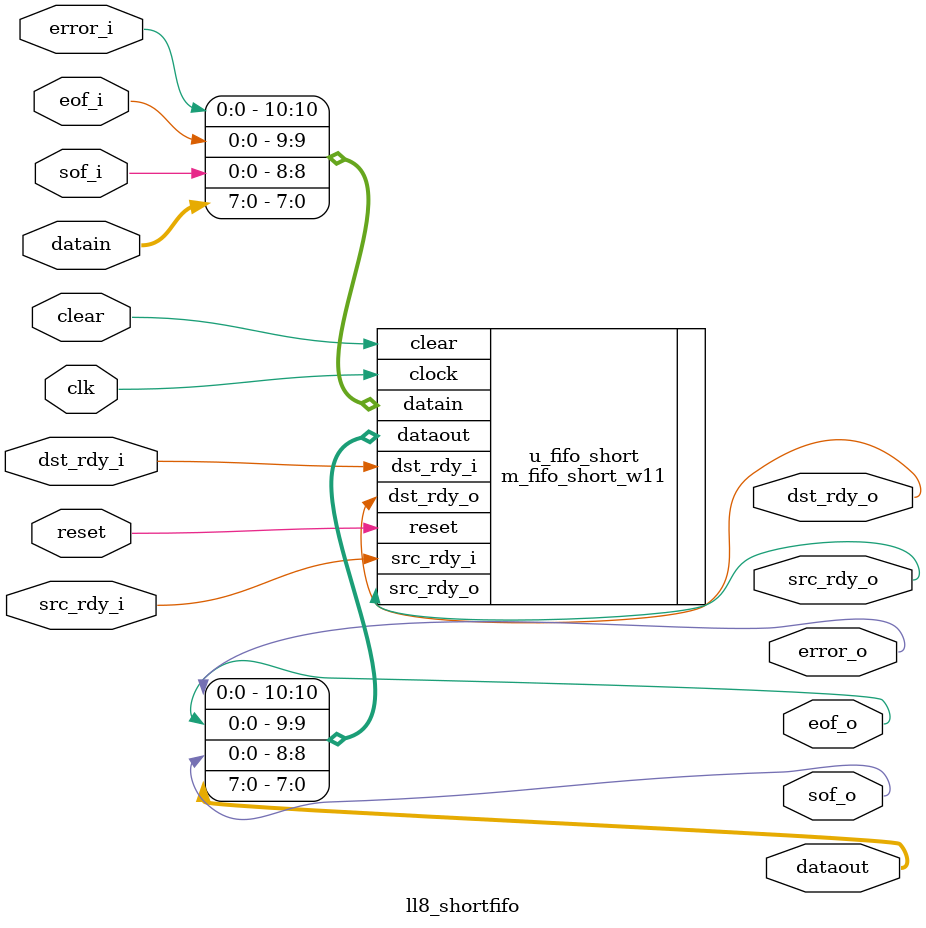
<source format=v>
`timescale 1ns / 1ps
module ll8_shortfifo
  (input clk, input reset, input clear,
   input [7:0] datain, input sof_i, input eof_i, input error_i, input src_rdy_i, output dst_rdy_o,
   output [7:0] dataout, output sof_o, output eof_o, output error_o, output src_rdy_o, input dst_rdy_i);

   //fifo_short #(.WIDTH(11)) fifo_short
   //  (.clk(clk), .reset(reset), .clear(clear),
   //   .datain({error_i,eof_i,sof_i,datain}), .src_rdy_i(src_rdy_i), .dst_rdy_o(dst_rdy_o),
   //   .dataout({error_o,eof_o,sof_o,dataout}), .src_rdy_o(src_rdy_o), .dst_rdy_i(dst_rdy_i));

   m_fifo_short_w11 u_fifo_short
     (.clock(clk), .reset(reset), .clear(clear),
      .datain({error_i,eof_i,sof_i,datain}), .src_rdy_i(src_rdy_i), .dst_rdy_o(dst_rdy_o),
      .dataout({error_o,eof_o,sof_o,dataout}), .src_rdy_o(src_rdy_o), .dst_rdy_i(dst_rdy_i));



endmodule

</source>
